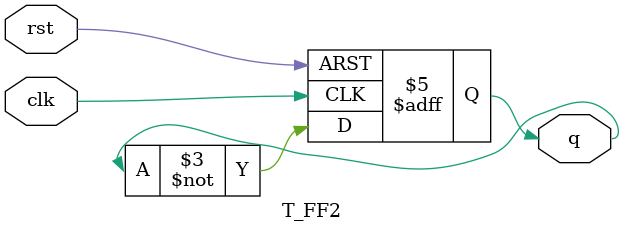
<source format=v>
module T_FF2(q, clk, rst);
output q;
input clk, rst;
reg q = 1'b0; /* variable type declaration plus initial value setting */
/* asynchronous and active low reset, positive clock edge triggering*/
always @(negedge rst or posedge clk)
	if (~rst)
		q <= 1'b0;
	else
		q <= ~q;
endmodule 
</source>
